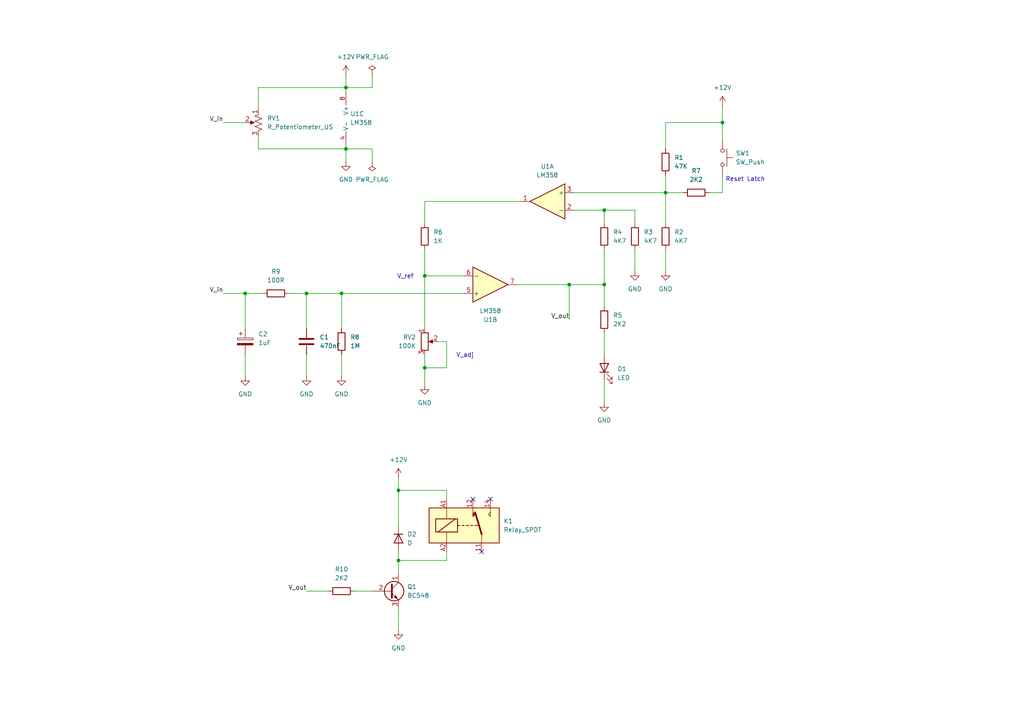
<source format=kicad_sch>
(kicad_sch (version 20231120) (generator "eeschema") (generator_version "8.0")
  (paper "A4")
  (lib_symbols
    (symbol "Amplifier_Operational:LM358" (pin_names (offset 0.127))
      (property "Reference" "U" (at 0 5.08 0))
      (property "Value" "LM358" (at 0 -5.08 0))
      (symbol "LM358_1_1"
        (polyline (pts (xy -5.08 5.08) (xy 5.08 0) (xy -5.08 -5.08) (xy -5.08 5.08)) (stroke (width 0.254)) (fill (type background)))
        (pin output line (at 7.62 0 180) (length 2.54) (name "~") (number "1"))
        (pin input line (at -7.62 -2.54 0) (length 2.54) (name "-") (number "2"))
        (pin input line (at -7.62 2.54 0) (length 2.54) (name "+") (number "3"))
      )
      (symbol "LM358_2_1"
        (polyline (pts (xy -5.08 5.08) (xy 5.08 0) (xy -5.08 -5.08) (xy -5.08 5.08)) (stroke (width 0.254)) (fill (type background)))
        (pin input line (at -7.62 2.54 0) (length 2.54) (name "+") (number "5"))
        (pin input line (at -7.62 -2.54 0) (length 2.54) (name "-") (number "6"))
        (pin output line (at 7.62 0 180) (length 2.54) (name "~") (number "7"))
      )
      (symbol "LM358_3_1"
        (pin power_in line (at -2.54 -7.62 90) (length 3.81) (name "V-") (number "4"))
        (pin power_in line (at -2.54 7.62 270) (length 3.81) (name "V+") (number "8"))
      )
    )
    (symbol "Device:C" (pin_numbers hide) (pin_names (offset 0.254))
      (property "Reference" "C" (at 0.635 2.54 0))
      (property "Value" "C" (at 0.635 -2.54 0))
      (symbol "C_0_1"
        (polyline (pts (xy -2.032 -0.762) (xy 2.032 -0.762)) (stroke (width 0.508)))
        (polyline (pts (xy -2.032 0.762) (xy 2.032 0.762)) (stroke (width 0.508)))
      )
      (symbol "C_1_1"
        (pin passive line (at 0 3.81 270) (length 2.794) (name "~") (number "1"))
        (pin passive line (at 0 -3.81 90) (length 2.794) (name "~") (number "2"))
      )
    )
    (symbol "Device:C_Polarized" (pin_numbers hide) (pin_names (offset 0.254))
      (property "Reference" "C" (at 0.635 2.54 0))
      (property "Value" "C_Polarized" (at 0.635 -2.54 0))
      (symbol "C_Polarized_0_1"
        (rectangle (start -2.286 0.508) (end 2.286 1.016))
        (polyline (pts (xy -1.778 2.286) (xy -0.762 2.286)))
        (polyline (pts (xy -1.27 2.794) (xy -1.27 1.778)))
        (rectangle (start 2.286 -0.508) (end -2.286 -1.016) (fill (type outline)))
      )
      (symbol "C_Polarized_1_1"
        (pin passive line (at 0 3.81 270) (length 2.794) (name "~") (number "1"))
        (pin passive line (at 0 -3.81 90) (length 2.794) (name "~") (number "2"))
      )
    )
    (symbol "Device:D" (pin_numbers hide) (pin_names (offset 1.016) hide)
      (property "Reference" "D" (at 0 2.54 0))
      (property "Value" "D" (at 0 -2.54 0))
      (symbol "D_0_1"
        (polyline (pts (xy -1.27 1.27) (xy -1.27 -1.27)) (stroke (width 0.254)))
        (polyline (pts (xy 1.27 0) (xy -1.27 0)))
        (polyline (pts (xy 1.27 1.27) (xy 1.27 -1.27) (xy -1.27 0) (xy 1.27 1.27)) (stroke (width 0.254)))
      )
      (symbol "D_1_1"
        (pin passive line (at -3.81 0 0) (length 2.54) (name "K") (number "1"))
        (pin passive line (at 3.81 0 180) (length 2.54) (name "A") (number "2"))
      )
    )
    (symbol "Device:LED" (pin_numbers hide) (pin_names (offset 1.016) hide)
      (property "Reference" "D" (at 0 2.54 0))
      (property "Value" "LED" (at 0 -2.54 0))
      (symbol "LED_0_1"
        (polyline (pts (xy -1.27 -1.27) (xy -1.27 1.27)) (stroke (width 0.254)))
        (polyline (pts (xy -1.27 0) (xy 1.27 0)))
        (polyline (pts (xy 1.27 -1.27) (xy 1.27 1.27) (xy -1.27 0) (xy 1.27 -1.27)) (stroke (width 0.254)))
        (polyline (pts (xy -3.048 -0.762) (xy -4.572 -2.286) (xy -3.81 -2.286) (xy -4.572 -2.286) (xy -4.572 -1.524)))
        (polyline (pts (xy -1.778 -0.762) (xy -3.302 -2.286) (xy -2.54 -2.286) (xy -3.302 -2.286) (xy -3.302 -1.524)))
      )
      (symbol "LED_1_1"
        (pin passive line (at -3.81 0 0) (length 2.54) (name "K") (number "1"))
        (pin passive line (at 3.81 0 180) (length 2.54) (name "A") (number "2"))
      )
    )
    (symbol "Device:R" (pin_numbers hide) (pin_names (offset 0))
      (property "Reference" "R" (at 2.032 0 90))
      (property "Value" "R" (at 0 0 90))
      (symbol "R_0_1"
        (rectangle (start -1.016 -2.54) (end 1.016 2.54) (stroke (width 0.254)))
      )
      (symbol "R_1_1"
        (pin passive line (at 0 3.81 270) (length 1.27) (name "~") (number "1"))
        (pin passive line (at 0 -3.81 90) (length 1.27) (name "~") (number "2"))
      )
    )
    (symbol "Device:R_Potentiometer" (pin_names (offset 1.016) hide)
      (property "Reference" "RV" (at -4.445 0 90))
      (property "Value" "R_Potentiometer" (at -2.54 0 90))
      (symbol "R_Potentiometer_0_1"
        (polyline (pts (xy 2.54 0) (xy 1.524 0)))
        (polyline (pts (xy 1.143 0) (xy 2.286 0.508) (xy 2.286 -0.508) (xy 1.143 0)) (fill (type outline)))
        (rectangle (start 1.016 2.54) (end -1.016 -2.54) (stroke (width 0.254)))
      )
      (symbol "R_Potentiometer_1_1"
        (pin passive line (at 0 3.81 270) (length 1.27) (name "1") (number "1"))
        (pin passive line (at 3.81 0 180) (length 1.27) (name "2") (number "2"))
        (pin passive line (at 0 -3.81 90) (length 1.27) (name "3") (number "3"))
      )
    )
    (symbol "Device:R_Potentiometer_US" (pin_names (offset 1.016) hide)
      (property "Reference" "RV" (at -4.445 0 90))
      (property "Value" "R_Potentiometer_US" (at -2.54 0 90))
      (symbol "R_Potentiometer_US_0_1"
        (polyline (pts (xy 0 -2.286) (xy 0 -2.54)))
        (polyline (pts (xy 0 2.54) (xy 0 2.286)))
        (polyline (pts (xy 2.54 0) (xy 1.524 0)))
        (polyline (pts (xy 1.143 0) (xy 2.286 0.508) (xy 2.286 -0.508) (xy 1.143 0)) (fill (type outline)))
        (polyline (pts (xy 0 -0.762) (xy 1.016 -1.143) (xy 0 -1.524) (xy -1.016 -1.905) (xy 0 -2.286)))
        (polyline (pts (xy 0 0.762) (xy 1.016 0.381) (xy 0 0) (xy -1.016 -0.381) (xy 0 -0.762)))
        (polyline (pts (xy 0 2.286) (xy 1.016 1.905) (xy 0 1.524) (xy -1.016 1.143) (xy 0 0.762)))
      )
      (symbol "R_Potentiometer_US_1_1"
        (pin passive line (at 0 3.81 270) (length 1.27) (name "1") (number "1"))
        (pin passive line (at 3.81 0 180) (length 1.27) (name "2") (number "2"))
        (pin passive line (at 0 -3.81 90) (length 1.27) (name "3") (number "3"))
      )
    )
    (symbol "Relay:Relay_SPDT"
      (property "Reference" "K" (at 11.43 3.81 0))
      (property "Value" "Relay_SPDT" (at 11.43 1.27 0))
      (symbol "Relay_SPDT_0_0"
        (polyline (pts (xy 7.62 5.08) (xy 7.62 2.54) (xy 6.985 3.175) (xy 7.62 3.81)))
      )
      (symbol "Relay_SPDT_0_1"
        (rectangle (start -10.16 5.08) (end 10.16 -5.08) (stroke (width 0.254)) (fill (type background)))
        (rectangle (start -8.255 1.905) (end -1.905 -1.905) (stroke (width 0.254)))
        (polyline (pts (xy -7.62 -1.905) (xy -2.54 1.905)) (stroke (width 0.254)))
        (polyline (pts (xy -5.08 -5.08) (xy -5.08 -1.905)))
        (polyline (pts (xy -5.08 5.08) (xy -5.08 1.905)))
        (polyline (pts (xy -1.905 0) (xy -1.27 0)) (stroke (width 0.254)))
        (polyline (pts (xy -0.635 0) (xy 0 0)) (stroke (width 0.254)))
        (polyline (pts (xy 0.635 0) (xy 1.27 0)) (stroke (width 0.254)))
        (polyline (pts (xy 1.905 0) (xy 2.54 0)) (stroke (width 0.254)))
        (polyline (pts (xy 3.175 0) (xy 3.81 0)) (stroke (width 0.254)))
        (polyline (pts (xy 5.08 -2.54) (xy 3.175 3.81)) (stroke (width 0.508)))
        (polyline (pts (xy 5.08 -2.54) (xy 5.08 -5.08)))
        (polyline (pts (xy 2.54 5.08) (xy 2.54 2.54) (xy 3.175 3.175) (xy 2.54 3.81)) (fill (type outline)))
      )
      (symbol "Relay_SPDT_1_1"
        (pin passive line (at 5.08 -7.62 90) (length 2.54) (name "~") (number "11"))
        (pin passive line (at 2.54 7.62 270) (length 2.54) (name "~") (number "12"))
        (pin passive line (at 7.62 7.62 270) (length 2.54) (name "~") (number "14"))
        (pin passive line (at -5.08 7.62 270) (length 2.54) (name "~") (number "A1"))
        (pin passive line (at -5.08 -7.62 90) (length 2.54) (name "~") (number "A2"))
      )
    )
    (symbol "Switch:SW_Push" (pin_numbers hide) (pin_names (offset 1.016) hide)
      (property "Reference" "SW" (at 1.27 2.54 0))
      (property "Value" "SW_Push" (at 0 -1.524 0))
      (symbol "SW_Push_0_1"
        (circle (center -2.032 0) (radius 0.508))
        (polyline (pts (xy 0 1.27) (xy 0 3.048)))
        (polyline (pts (xy 2.54 1.27) (xy -2.54 1.27)))
        (circle (center 2.032 0) (radius 0.508))
        (pin passive line (at -5.08 0 0) (length 2.54) (name "1") (number "1"))
        (pin passive line (at 5.08 0 180) (length 2.54) (name "2") (number "2"))
      )
    )
    (symbol "Transistor_BJT:BC548" (pin_names (offset 0) hide)
      (property "Reference" "Q" (at 5.08 1.905 0))
      (property "Value" "BC548" (at 5.08 0 0))
      (symbol "BC548_0_1"
        (polyline (pts (xy 0 0) (xy 0.635 0)))
        (polyline (pts (xy 0.635 0.635) (xy 2.54 2.54)))
        (polyline (pts (xy 0.635 -0.635) (xy 2.54 -2.54) (xy 2.54 -2.54)))
        (polyline (pts (xy 0.635 1.905) (xy 0.635 -1.905) (xy 0.635 -1.905)) (stroke (width 0.508)))
        (polyline (pts (xy 1.27 -1.778) (xy 1.778 -1.27) (xy 2.286 -2.286) (xy 1.27 -1.778) (xy 1.27 -1.778)) (fill (type outline)))
        (circle (center 1.27 0) (radius 2.8194) (stroke (width 0.254)))
      )
      (symbol "BC548_1_1"
        (pin passive line (at 2.54 5.08 270) (length 2.54) (name "C") (number "1"))
        (pin input line (at -5.08 0 0) (length 5.08) (name "B") (number "2"))
        (pin passive line (at 2.54 -5.08 90) (length 2.54) (name "E") (number "3"))
      )
    )
    (symbol "power:+12V" (power) (pin_numbers hide) (pin_names (offset 0) hide)
      (property "Value" "+12V" (at 0 3.556 0))
      (symbol "+12V_0_1"
        (polyline (pts (xy -0.762 1.27) (xy 0 2.54)))
        (polyline (pts (xy 0 0) (xy 0 2.54)))
        (polyline (pts (xy 0 2.54) (xy 0.762 1.27)))
      )
      (symbol "+12V_1_1"
        (pin power_in line (at 0 0 90) (length 0) (name "~") (number "1"))
      )
    )
    (symbol "power:GND" (power) (pin_numbers hide) (pin_names (offset 0) hide)
      (property "Value" "GND" (at 0 -3.81 0))
      (symbol "GND_0_1"
        (polyline (pts (xy 0 0) (xy 0 -1.27) (xy 1.27 -1.27) (xy 0 -2.54) (xy -1.27 -1.27) (xy 0 -1.27)))
      )
      (symbol "GND_1_1"
        (pin power_in line (at 0 0 270) (length 0) (name "~") (number "1"))
      )
    )
    (symbol "power:PWR_FLAG" (power) (pin_numbers hide) (pin_names (offset 0) hide)
      (property "Value" "PWR_FLAG" (at 0 3.81 0))
      (symbol "PWR_FLAG_0_0"
        (pin power_out line (at 0 0 90) (length 0) (name "~") (number "1"))
      )
      (symbol "PWR_FLAG_0_1"
        (polyline (pts (xy 0 0) (xy 0 1.27) (xy -1.016 1.905) (xy 0 2.54) (xy 1.016 1.905) (xy 0 1.27)))
      )
    )
  )
  (junction (at 88.9 85.09))
  (junction (at 99.06 85.09))
  (junction (at 123.19 80.01))
  (junction (at 71.12 85.09))
  (junction (at 115.57 162.56))
  (junction (at 100.33 43.18))
  (junction (at 209.55 35.56))
  (junction (at 193.04 55.88))
  (junction (at 123.19 106.68))
  (junction (at 175.26 82.55))
  (junction (at 175.26 60.96))
  (junction (at 100.33 25.4))
  (junction (at 115.57 142.24))
  (junction (at 165.1 82.55))
  (no_connect (at 137.16 144.78))
  (no_connect (at 142.24 144.78))
  (no_connect (at 139.7 160.02))
  (wire (pts (xy 71.12 95.25) (xy 71.12 85.09)))
  (wire (pts (xy 99.06 102.87) (xy 99.06 109.22)))
  (wire (pts (xy 175.26 82.55) (xy 175.26 88.9)))
  (wire (pts (xy 115.57 162.56) (xy 115.57 166.37)))
  (wire (pts (xy 151.13 58.42) (xy 123.19 58.42)))
  (wire (pts (xy 64.77 85.09) (xy 71.12 85.09)))
  (wire (pts (xy 115.57 138.43) (xy 115.57 142.24)))
  (wire (pts (xy 74.93 43.18) (xy 100.33 43.18)))
  (wire (pts (xy 88.9 102.87) (xy 88.9 109.22)))
  (wire (pts (xy 115.57 142.24) (xy 115.57 152.4)))
  (wire (pts (xy 175.26 96.52) (xy 175.26 102.87)))
  (wire (pts (xy 123.19 80.01) (xy 134.62 80.01)))
  (wire (pts (xy 123.19 106.68) (xy 123.19 111.76)))
  (wire (pts (xy 115.57 176.53) (xy 115.57 182.88)))
  (wire (pts (xy 115.57 160.02) (xy 115.57 162.56)))
  (wire (pts (xy 99.06 85.09) (xy 134.62 85.09)))
  (wire (pts (xy 209.55 55.88) (xy 209.55 50.8)))
  (wire (pts (xy 74.93 39.37) (xy 74.93 43.18)))
  (wire (pts (xy 184.15 72.39) (xy 184.15 78.74)))
  (wire (pts (xy 129.54 142.24) (xy 115.57 142.24)))
  (wire (pts (xy 193.04 35.56) (xy 209.55 35.56)))
  (wire (pts (xy 107.95 21.59) (xy 107.95 25.4)))
  (wire (pts (xy 74.93 31.75) (xy 74.93 25.4)))
  (wire (pts (xy 175.26 60.96) (xy 175.26 64.77)))
  (wire (pts (xy 88.9 85.09) (xy 99.06 85.09)))
  (wire (pts (xy 209.55 30.48) (xy 209.55 35.56)))
  (wire (pts (xy 129.54 106.68) (xy 123.19 106.68)))
  (wire (pts (xy 100.33 21.59) (xy 100.33 25.4)))
  (wire (pts (xy 175.26 110.49) (xy 175.26 116.84)))
  (wire (pts (xy 193.04 50.8) (xy 193.04 55.88)))
  (wire (pts (xy 149.86 82.55) (xy 165.1 82.55)))
  (wire (pts (xy 175.26 60.96) (xy 184.15 60.96)))
  (wire (pts (xy 175.26 72.39) (xy 175.26 82.55)))
  (wire (pts (xy 107.95 25.4) (xy 100.33 25.4)))
  (wire (pts (xy 193.04 55.88) (xy 198.12 55.88)))
  (wire (pts (xy 184.15 60.96) (xy 184.15 64.77)))
  (wire (pts (xy 100.33 25.4) (xy 100.33 26.67)))
  (wire (pts (xy 166.37 60.96) (xy 175.26 60.96)))
  (wire (pts (xy 123.19 80.01) (xy 123.19 95.25)))
  (wire (pts (xy 107.95 46.99) (xy 107.95 43.18)))
  (wire (pts (xy 100.33 41.91) (xy 100.33 43.18)))
  (wire (pts (xy 129.54 162.56) (xy 115.57 162.56)))
  (wire (pts (xy 83.82 85.09) (xy 88.9 85.09)))
  (wire (pts (xy 123.19 102.87) (xy 123.19 106.68)))
  (wire (pts (xy 88.9 95.25) (xy 88.9 85.09)))
  (wire (pts (xy 64.77 35.56) (xy 71.12 35.56)))
  (wire (pts (xy 123.19 72.39) (xy 123.19 80.01)))
  (wire (pts (xy 71.12 102.87) (xy 71.12 109.22)))
  (wire (pts (xy 129.54 160.02) (xy 129.54 162.56)))
  (wire (pts (xy 193.04 72.39) (xy 193.04 78.74)))
  (wire (pts (xy 99.06 85.09) (xy 99.06 95.25)))
  (wire (pts (xy 165.1 82.55) (xy 175.26 82.55)))
  (wire (pts (xy 209.55 35.56) (xy 209.55 40.64)))
  (wire (pts (xy 74.93 25.4) (xy 100.33 25.4)))
  (wire (pts (xy 88.9 171.45) (xy 95.25 171.45)))
  (wire (pts (xy 166.37 55.88) (xy 193.04 55.88)))
  (wire (pts (xy 100.33 43.18) (xy 100.33 46.99)))
  (wire (pts (xy 123.19 58.42) (xy 123.19 64.77)))
  (wire (pts (xy 193.04 43.18) (xy 193.04 35.56)))
  (wire (pts (xy 127 99.06) (xy 129.54 99.06)))
  (wire (pts (xy 205.74 55.88) (xy 209.55 55.88)))
  (wire (pts (xy 193.04 55.88) (xy 193.04 64.77)))
  (wire (pts (xy 102.87 171.45) (xy 107.95 171.45)))
  (wire (pts (xy 107.95 43.18) (xy 100.33 43.18)))
  (wire (pts (xy 129.54 144.78) (xy 129.54 142.24)))
  (wire (pts (xy 165.1 82.55) (xy 165.1 92.71)))
  (wire (pts (xy 71.12 85.09) (xy 76.2 85.09)))
  (wire (pts (xy 129.54 99.06) (xy 129.54 106.68)))
  (text "V_ref" (at 117.602 80.264 0) (effects (font (size 1.27 1.27))))
  (text "V_adj" (at 134.874 103.124 0) (effects (font (size 1.27 1.27))))
  (text "Reset Latch" (at 216.154 52.07 0) (effects (font (size 1.27 1.27))))
  (label "V_in" (at 64.77 85.09 180))
  (label "V_out" (at 88.9 171.45 180))
  (label "V_in" (at 64.77 35.56 180))
  (label "V_out" (at 165.1 92.71 180))
  (symbol (lib_id "power:GND") (at 115.57 182.88 0) (unit 1)
    (property "Reference" "#PWR011" (effects (hide yes)))
    (property "Value" "GND" (at 115.57 187.96 0))
    (property "Description" "Power symbol creates a global label with name \"GND\" , ground" (effects (hide yes)))
  )
  (symbol (lib_id "Device:R_Potentiometer_US") (at 74.93 35.56 0) (mirror y) (unit 1)
    (property "Reference" "RV1" (at 77.47 34.2899 0) (effects (justify right)))
    (property "Value" "R_Potentiometer_US" (at 77.47 36.8299 0) (effects (justify right)))
    (property "Footprint" "Potentiometer_THT:Potentiometer_Alps_RK163_Single_Horizontal" (effects (hide yes)))
    (property "Description" "Potentiometer, US symbol" (effects (hide yes)))
  )
  (symbol (lib_id "power:+12V") (at 115.57 138.43 0) (unit 1)
    (property "Reference" "#PWR012" (effects (hide yes)))
    (property "Value" "+12V" (at 115.57 133.35 0))
    (property "Description" "Power symbol creates a global label with name \"+12V\"" (effects (hide yes)))
  )
  (symbol (lib_id "power:PWR_FLAG") (at 107.95 46.99 180) (unit 1)
    (property "Reference" "#FLG02" (effects (hide yes)))
    (property "Value" "PWR_FLAG" (at 107.95 52.07 0))
    (property "Description" "Special symbol for telling ERC where power comes from" (effects (hide yes)))
  )
  (symbol (lib_id "Device:R") (at 175.26 92.71 0) (unit 1)
    (property "Reference" "R5" (at 177.8 91.4399 0) (effects (justify left)))
    (property "Value" "2K2" (at 177.8 93.9799 0) (effects (justify left)))
    (property "Footprint" "Resistor_THT:R_Axial_DIN0207_L6.3mm_D2.5mm_P10.16mm_Horizontal" (effects (hide yes)))
    (property "Description" "Resistor" (effects (hide yes)))
  )
  (symbol (lib_id "Device:R") (at 184.15 68.58 0) (unit 1)
    (property "Reference" "R3" (at 186.69 67.3099 0) (effects (justify left)))
    (property "Value" "4K7" (at 186.69 69.8499 0) (effects (justify left)))
    (property "Footprint" "Resistor_THT:R_Axial_DIN0207_L6.3mm_D2.5mm_P10.16mm_Horizontal" (effects (hide yes)))
    (property "Description" "Resistor" (effects (hide yes)))
  )
  (symbol (lib_id "Relay:Relay_SPDT") (at 134.62 152.4 0) (unit 1)
    (property "Reference" "K1" (at 146.05 151.1299 0) (effects (justify left)))
    (property "Value" "Relay_SPDT" (at 146.05 153.6699 0) (effects (justify left)))
    (property "Footprint" "Relay_THT:Relay_1-Form-C_Schrack-RYII_RM3.2mm" (effects (hide yes)))
    (property "Description" "Monostable Relay SPDT, EN50005" (effects (hide yes)))
  )
  (symbol (lib_id "Transistor_BJT:BC548") (at 113.03 171.45 0) (unit 1)
    (property "Reference" "Q1" (at 118.11 170.1799 0) (effects (justify left)))
    (property "Value" "BC548" (at 118.11 172.7199 0) (effects (justify left)))
    (property "Footprint" "Package_TO_SOT_THT:TO-92_Inline" (effects (hide yes)))
    (property "Datasheet" "https://www.onsemi.com/pub/Collateral/BC550-D.pdf" (effects (hide yes)))
    (property "Description" "0.1A Ic, 30V Vce, Small Signal NPN Transistor, TO-92" (effects (hide yes)))
  )
  (symbol (lib_id "power:PWR_FLAG") (at 107.95 21.59 0) (unit 1)
    (property "Reference" "#FLG01" (effects (hide yes)))
    (property "Value" "PWR_FLAG" (at 107.95 16.51 0))
    (property "Description" "Special symbol for telling ERC where power comes from" (effects (hide yes)))
  )
  (symbol (lib_id "power:GND") (at 100.33 46.99 0) (unit 1)
    (property "Reference" "#PWR010" (effects (hide yes)))
    (property "Value" "GND" (at 100.33 52.07 0))
    (property "Description" "Power symbol creates a global label with name \"GND\" , ground" (effects (hide yes)))
  )
  (symbol (lib_id "Device:R") (at 201.93 55.88 90) (unit 1)
    (property "Reference" "R7" (at 201.93 49.53 90))
    (property "Value" "2K2" (at 201.93 52.07 90))
    (property "Footprint" "Resistor_THT:R_Axial_DIN0207_L6.3mm_D2.5mm_P10.16mm_Horizontal" (effects (hide yes)))
    (property "Description" "Resistor" (effects (hide yes)))
  )
  (symbol (lib_id "power:+12V") (at 100.33 21.59 0) (unit 1)
    (property "Reference" "#PWR09" (effects (hide yes)))
    (property "Value" "+12V" (at 100.33 16.51 0))
    (property "Description" "Power symbol creates a global label with name \"+12V\"" (effects (hide yes)))
  )
  (symbol (lib_id "Device:R") (at 123.19 68.58 0) (unit 1)
    (property "Reference" "R6" (at 125.73 67.3099 0) (effects (justify left)))
    (property "Value" "1K" (at 125.73 69.8499 0) (effects (justify left)))
    (property "Footprint" "Resistor_THT:R_Axial_DIN0207_L6.3mm_D2.5mm_P10.16mm_Horizontal" (effects (hide yes)))
    (property "Description" "Resistor" (effects (hide yes)))
  )
  (symbol (lib_id "Device:R") (at 175.26 68.58 0) (unit 1)
    (property "Reference" "R4" (at 177.8 67.3099 0) (effects (justify left)))
    (property "Value" "4K7" (at 177.8 69.8499 0) (effects (justify left)))
    (property "Footprint" "Resistor_THT:R_Axial_DIN0207_L6.3mm_D2.5mm_P10.16mm_Horizontal" (effects (hide yes)))
    (property "Description" "Resistor" (effects (hide yes)))
  )
  (symbol (lib_id "power:GND") (at 99.06 109.22 0) (unit 1)
    (property "Reference" "#PWR04" (effects (hide yes)))
    (property "Value" "GND" (at 99.06 114.3 0))
    (property "Description" "Power symbol creates a global label with name \"GND\" , ground" (effects (hide yes)))
  )
  (symbol (lib_id "power:GND") (at 71.12 109.22 0) (unit 1)
    (property "Reference" "#PWR02" (effects (hide yes)))
    (property "Value" "GND" (at 71.12 114.3 0))
    (property "Description" "Power symbol creates a global label with name \"GND\" , ground" (effects (hide yes)))
  )
  (symbol (lib_id "Device:R") (at 193.04 46.99 0) (unit 1)
    (property "Reference" "R1" (at 195.58 45.7199 0) (effects (justify left)))
    (property "Value" "47K" (at 195.58 48.2599 0) (effects (justify left)))
    (property "Footprint" "Resistor_THT:R_Axial_DIN0207_L6.3mm_D2.5mm_P10.16mm_Horizontal" (effects (hide yes)))
    (property "Description" "Resistor" (effects (hide yes)))
  )
  (symbol (lib_id "Device:R") (at 99.06 171.45 90) (unit 1)
    (property "Reference" "R10" (at 99.06 165.1 90))
    (property "Value" "2K2" (at 99.06 167.64 90))
    (property "Footprint" "Resistor_THT:R_Axial_DIN0207_L6.3mm_D2.5mm_P10.16mm_Horizontal" (effects (hide yes)))
    (property "Description" "Resistor" (effects (hide yes)))
  )
  (symbol (lib_id "Device:C") (at 88.9 99.06 0) (unit 1)
    (property "Reference" "C1" (at 92.71 97.7899 0) (effects (justify left)))
    (property "Value" "470nF" (at 92.71 100.3299 0) (effects (justify left)))
    (property "Description" "Unpolarized capacitor" (effects (hide yes)))
  )
  (symbol (lib_id "Device:R") (at 193.04 68.58 0) (unit 1)
    (property "Reference" "R2" (at 195.58 67.3099 0) (effects (justify left)))
    (property "Value" "4K7" (at 195.58 69.8499 0) (effects (justify left)))
    (property "Footprint" "Resistor_THT:R_Axial_DIN0207_L6.3mm_D2.5mm_P10.16mm_Horizontal" (effects (hide yes)))
    (property "Description" "Resistor" (effects (hide yes)))
  )
  (symbol (lib_id "Device:R") (at 99.06 99.06 0) (unit 1)
    (property "Reference" "R8" (at 101.6 97.7899 0) (effects (justify left)))
    (property "Value" "1M" (at 101.6 100.3299 0) (effects (justify left)))
    (property "Footprint" "Resistor_THT:R_Axial_DIN0207_L6.3mm_D2.5mm_P10.16mm_Horizontal" (effects (hide yes)))
    (property "Description" "Resistor" (effects (hide yes)))
  )
  (symbol (lib_id "Amplifier_Operational:LM358") (at 102.87 34.29 0) (unit 3)
    (property "Reference" "U1" (at 101.6 33.0199 0) (effects (justify left)))
    (property "Value" "LM358" (at 101.6 35.5599 0) (effects (justify left)))
    (property "Footprint" "Package_DIP:CERDIP-8_W7.62mm_SideBrazed_LongPads" (effects (hide yes)))
    (property "Datasheet" "http://www.ti.com/lit/ds/symlink/lm2904-n.pdf" (effects (hide yes)))
    (property "Description" "Low-Power, Dual Operational Amplifiers, DIP-8/SOIC-8/TO-99-8" (effects (hide yes)))
  )
  (symbol (lib_id "Device:LED") (at 175.26 106.68 90) (unit 1)
    (property "Reference" "D1" (at 179.07 106.9974 90) (effects (justify right)))
    (property "Value" "LED" (at 179.07 109.5374 90) (effects (justify right)))
    (property "Footprint" "LED_THT:LED_D5.0mm" (effects (hide yes)))
    (property "Description" "Light emitting diode" (effects (hide yes)))
  )
  (symbol (lib_id "Device:R_Potentiometer") (at 123.19 99.06 0) (unit 1)
    (property "Reference" "RV2" (at 120.65 97.7899 0) (effects (justify right)))
    (property "Value" "100K" (at 120.65 100.3299 0) (effects (justify right)))
    (property "Footprint" "Potentiometer_THT:Potentiometer_Bourns_3266Y_Vertical" (effects (hide yes)))
    (property "Description" "Potentiometer" (effects (hide yes)))
  )
  (symbol (lib_id "power:GND") (at 88.9 109.22 0) (unit 1)
    (property "Reference" "#PWR03" (effects (hide yes)))
    (property "Value" "GND" (at 88.9 114.3 0))
    (property "Description" "Power symbol creates a global label with name \"GND\" , ground" (effects (hide yes)))
  )
  (symbol (lib_id "Device:C_Polarized") (at 71.12 99.06 0) (unit 1)
    (property "Reference" "C2" (at 74.93 96.9009 0) (effects (justify left)))
    (property "Value" "1uF" (at 74.93 99.4409 0) (effects (justify left)))
    (property "Description" "Polarized capacitor" (effects (hide yes)))
  )
  (symbol (lib_id "Amplifier_Operational:LM358") (at 158.75 58.42 0) (mirror y) (unit 1)
    (property "Reference" "U1" (at 158.75 48.26 0))
    (property "Value" "LM358" (at 158.75 50.8 0))
    (property "Footprint" "Package_DIP:CERDIP-8_W7.62mm_SideBrazed_LongPads" (effects (hide yes)))
    (property "Datasheet" "http://www.ti.com/lit/ds/symlink/lm2904-n.pdf" (effects (hide yes)))
    (property "Description" "Low-Power, Dual Operational Amplifiers, DIP-8/SOIC-8/TO-99-8" (effects (hide yes)))
  )
  (symbol (lib_id "Device:R") (at 80.01 85.09 90) (unit 1)
    (property "Reference" "R9" (at 80.01 78.74 90))
    (property "Value" "100R" (at 80.01 81.28 90))
    (property "Footprint" "Resistor_THT:R_Axial_DIN0207_L6.3mm_D2.5mm_P10.16mm_Horizontal" (effects (hide yes)))
    (property "Description" "Resistor" (effects (hide yes)))
  )
  (symbol (lib_id "Device:D") (at 115.57 156.21 270) (unit 1)
    (property "Reference" "D2" (at 118.11 154.9399 90) (effects (justify left)))
    (property "Value" "D" (at 118.11 157.4799 90) (effects (justify left)))
    (property "Footprint" "Diode_THT:D_DO-35_SOD27_P7.62mm_Horizontal" (effects (hide yes)))
    (property "Description" "Diode" (effects (hide yes)))
    (property "Sim.Device" "D" (effects (hide yes)))
    (property "Sim.Pins" "1=K 2=A" (effects (hide yes)))
  )
  (symbol (lib_id "Switch:SW_Push") (at 209.55 45.72 270) (unit 1)
    (property "Reference" "SW1" (at 213.36 44.4499 90) (effects (justify left)))
    (property "Value" "SW_Push" (at 213.36 46.9899 90) (effects (justify left)))
    (property "Footprint" "Button_Switch_THT:SW_PUSH_6mm_H13mm" (effects (hide yes)))
    (property "Description" "Push button switch, generic, two pins" (effects (hide yes)))
  )
  (symbol (lib_id "Amplifier_Operational:LM358") (at 142.24 82.55 0) (mirror x) (unit 2)
    (property "Reference" "U1" (at 142.24 92.71 0))
    (property "Value" "LM358" (at 142.24 90.17 0))
    (property "Footprint" "Package_DIP:CERDIP-8_W7.62mm_SideBrazed_LongPads" (effects (hide yes)))
    (property "Datasheet" "http://www.ti.com/lit/ds/symlink/lm2904-n.pdf" (effects (hide yes)))
    (property "Description" "Low-Power, Dual Operational Amplifiers, DIP-8/SOIC-8/TO-99-8" (effects (hide yes)))
  )
  (symbol (lib_id "power:GND") (at 193.04 78.74 0) (unit 1)
    (property "Reference" "#PWR07" (effects (hide yes)))
    (property "Value" "GND" (at 193.04 83.82 0))
    (property "Description" "Power symbol creates a global label with name \"GND\" , ground" (effects (hide yes)))
  )
  (symbol (lib_id "power:+12V") (at 209.55 30.48 0) (unit 1)
    (property "Reference" "#PWR08" (effects (hide yes)))
    (property "Value" "+12V" (at 209.55 25.4 0))
    (property "Description" "Power symbol creates a global label with name \"+12V\"" (effects (hide yes)))
  )
  (symbol (lib_id "power:GND") (at 123.19 111.76 0) (unit 1)
    (property "Reference" "#PWR01" (effects (hide yes)))
    (property "Value" "GND" (at 123.19 116.84 0))
    (property "Description" "Power symbol creates a global label with name \"GND\" , ground" (effects (hide yes)))
  )
  (symbol (lib_id "power:GND") (at 175.26 116.84 0) (unit 1)
    (property "Reference" "#PWR05" (effects (hide yes)))
    (property "Value" "GND" (at 175.26 121.92 0))
    (property "Description" "Power symbol creates a global label with name \"GND\" , ground" (effects (hide yes)))
  )
  (symbol (lib_id "power:GND") (at 184.15 78.74 0) (unit 1)
    (property "Reference" "#PWR06" (effects (hide yes)))
    (property "Value" "GND" (at 184.15 83.82 0))
    (property "Description" "Power symbol creates a global label with name \"GND\" , ground" (effects (hide yes)))
  )
)
</source>
